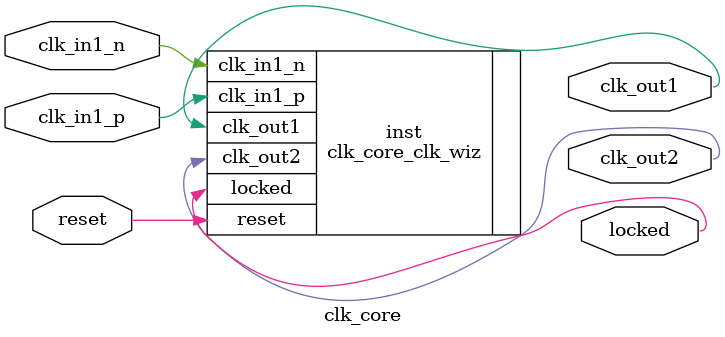
<source format=v>


`timescale 1ps/1ps

(* CORE_GENERATION_INFO = "clk_core,clk_wiz_v6_0_0_0,{component_name=clk_core,use_phase_alignment=true,use_min_o_jitter=false,use_max_i_jitter=false,use_dyn_phase_shift=false,use_inclk_switchover=false,use_dyn_reconfig=false,enable_axi=0,feedback_source=FDBK_AUTO,PRIMITIVE=MMCM,num_out_clk=2,clkin1_period=5.000,clkin2_period=10.0,use_power_down=false,use_reset=true,use_locked=true,use_inclk_stopped=false,feedback_type=SINGLE,CLOCK_MGR_TYPE=NA,manual_override=false}" *)

module clk_core 
 (
  // Clock out ports
  output        clk_out1,
  output        clk_out2,
  // Status and control signals
  input         reset,
  output        locked,
 // Clock in ports
  input         clk_in1_p,
  input         clk_in1_n
 );

  clk_core_clk_wiz inst
  (
  // Clock out ports  
  .clk_out1(clk_out1),
  .clk_out2(clk_out2),
  // Status and control signals               
  .reset(reset), 
  .locked(locked),
 // Clock in ports
  .clk_in1_p(clk_in1_p),
  .clk_in1_n(clk_in1_n)
  );

endmodule

</source>
